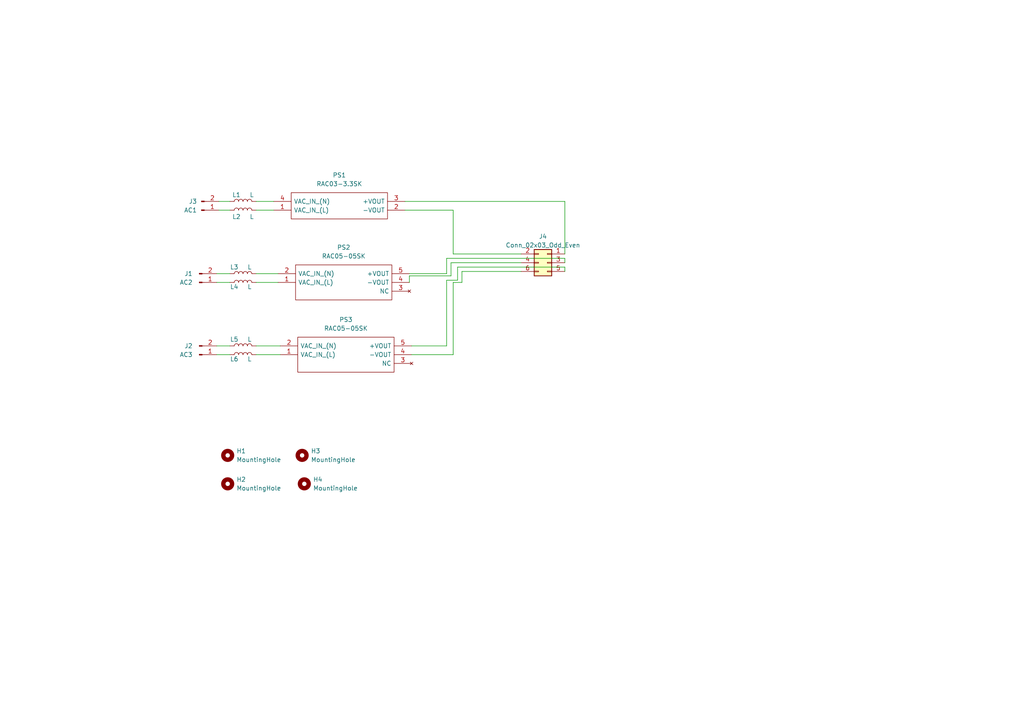
<source format=kicad_sch>
(kicad_sch (version 20230121) (generator eeschema)
  (paper "A4")
  (lib_symbols
    (symbol "Connector:Conn_01x02_Male" (pin_names (offset 1.016) hide)
      (property "Reference" "J" (at 0 2.54 0))
      (property "Value" "Conn_01x02_Male" (at 0 -5.08 0))
      (symbol "Conn_01x02_Male_1_1"
        (polyline (pts (xy 1.27 -2.54) (xy 0.8636 -2.54)) (stroke (width 0.1524)))
        (polyline (pts (xy 1.27 0) (xy 0.8636 0)) (stroke (width 0.1524)))
        (rectangle (start 0.8636 -2.413) (end 0 -2.667) (stroke (width 0.1524)) (fill (type outline)))
        (rectangle (start 0.8636 0.127) (end 0 -0.127) (stroke (width 0.1524)) (fill (type outline)))
        (pin passive line (at 5.08 0 180) (length 3.81) (name "Pin_1") (number "1"))
        (pin passive line (at 5.08 -2.54 180) (length 3.81) (name "Pin_2") (number "2"))
      )
    )
    (symbol "Connector_Generic:Conn_02x03_Odd_Even" (pin_names (offset 1.016) hide)
      (property "Reference" "J" (at 1.27 5.08 0))
      (property "Value" "Conn_02x03_Odd_Even" (at 1.27 -5.08 0))
      (symbol "Conn_02x03_Odd_Even_1_1"
        (rectangle (start -1.27 -2.413) (end 0 -2.667) (stroke (width 0.1524)))
        (rectangle (start -1.27 0.127) (end 0 -0.127) (stroke (width 0.1524)))
        (rectangle (start -1.27 2.667) (end 0 2.413) (stroke (width 0.1524)))
        (rectangle (start -1.27 3.81) (end 3.81 -3.81) (stroke (width 0.254)) (fill (type background)))
        (rectangle (start 3.81 -2.413) (end 2.54 -2.667) (stroke (width 0.1524)))
        (rectangle (start 3.81 0.127) (end 2.54 -0.127) (stroke (width 0.1524)))
        (rectangle (start 3.81 2.667) (end 2.54 2.413) (stroke (width 0.1524)))
        (pin passive line (at -5.08 2.54 0) (length 3.81) (name "Pin_1") (number "1"))
        (pin passive line (at 7.62 2.54 180) (length 3.81) (name "Pin_2") (number "2"))
        (pin passive line (at -5.08 0 0) (length 3.81) (name "Pin_3") (number "3"))
        (pin passive line (at 7.62 0 180) (length 3.81) (name "Pin_4") (number "4"))
        (pin passive line (at -5.08 -2.54 0) (length 3.81) (name "Pin_5") (number "5"))
        (pin passive line (at 7.62 -2.54 180) (length 3.81) (name "Pin_6") (number "6"))
      )
    )
    (symbol "Device:L" (pin_numbers hide) (pin_names (offset 1.016) hide)
      (property "Reference" "L" (at -1.27 0 90))
      (property "Value" "L" (at 1.905 0 90))
      (symbol "L_0_1"
        (arc (start 0 -2.54) (mid 0.6323 -1.905) (end 0 -1.27))
        (arc (start 0 -1.27) (mid 0.6323 -0.635) (end 0 0))
        (arc (start 0 0) (mid 0.6323 0.635) (end 0 1.27))
        (arc (start 0 1.27) (mid 0.6323 1.905) (end 0 2.54))
      )
      (symbol "L_1_1"
        (pin passive line (at 0 3.81 270) (length 1.27) (name "1") (number "1"))
        (pin passive line (at 0 -3.81 90) (length 1.27) (name "2") (number "2"))
      )
    )
    (symbol "Mechanical:MountingHole" (pin_names (offset 1.016))
      (property "Reference" "H" (at 0 5.08 0))
      (property "Value" "MountingHole" (at 0 3.175 0))
      (symbol "MountingHole_0_1"
        (circle (center 0 0) (radius 1.27) (stroke (width 1.27)))
      )
    )
    (symbol "RAC03-3.3SK:RAC03-3.3SK" (pin_names (offset 0.762))
      (property "Reference" "PS" (at 34.29 7.62 0))
      (property "Value" "RAC03-3.3SK" (at 34.29 5.08 0))
      (symbol "RAC03-3.3SK_0_0"
        (pin passive line (at 0 -2.54 0) (length 5.08) (name "VAC_IN_(L)") (number "1"))
        (pin passive line (at 38.1 -2.54 180) (length 5.08) (name "-VOUT") (number "2"))
        (pin passive line (at 38.1 0 180) (length 5.08) (name "+VOUT") (number "3"))
        (pin passive line (at 0 0 0) (length 5.08) (name "VAC_IN_(N)") (number "4"))
      )
      (symbol "RAC03-3.3SK_0_1"
        (polyline (pts (xy 5.08 2.54) (xy 33.02 2.54) (xy 33.02 -5.08) (xy 5.08 -5.08) (xy 5.08 2.54)) (stroke (width 0.1524)))
      )
    )
    (symbol "RAC05-05SK:RAC05-05SK" (pin_names (offset 0.762))
      (property "Reference" "PS" (at 34.29 7.62 0))
      (property "Value" "RAC05-05SK" (at 34.29 5.08 0))
      (symbol "RAC05-05SK_0_0"
        (pin passive line (at 0 -2.54 0) (length 5.08) (name "VAC_IN_(L)") (number "1"))
        (pin passive line (at 0 0 0) (length 5.08) (name "VAC_IN_(N)") (number "2"))
        (pin no_connect line (at 38.1 -5.08 180) (length 5.08) (name "NC") (number "3"))
        (pin passive line (at 38.1 -2.54 180) (length 5.08) (name "-VOUT") (number "4"))
        (pin passive line (at 38.1 0 180) (length 5.08) (name "+VOUT") (number "5"))
      )
      (symbol "RAC05-05SK_0_1"
        (polyline (pts (xy 5.08 2.54) (xy 33.02 2.54) (xy 33.02 -7.62) (xy 5.08 -7.62) (xy 5.08 2.54)) (stroke (width 0.1524)))
      )
    )
  )
  (wire (pts (xy 74.295 102.87) (xy 81.28 102.87)))
  (wire (pts (xy 118.745 80.01) (xy 130.81 80.01)))
  (wire (pts (xy 74.295 79.375) (xy 80.645 79.375)))
  (wire (pts (xy 63.5 60.96) (xy 66.675 60.96)))
  (wire (pts (xy 119.38 100.33) (xy 129.54 100.33)))
  (wire (pts (xy 163.83 58.42) (xy 163.83 73.66)))
  (wire (pts (xy 129.54 74.93) (xy 163.83 74.93)))
  (wire (pts (xy 117.475 60.96) (xy 131.445 60.96)))
  (wire (pts (xy 131.445 60.96) (xy 131.445 73.66)))
  (wire (pts (xy 74.295 60.96) (xy 79.375 60.96)))
  (wire (pts (xy 119.38 102.87) (xy 131.445 102.87)))
  (wire (pts (xy 133.985 78.74) (xy 151.13 78.74)))
  (wire (pts (xy 118.745 79.375) (xy 129.54 79.375)))
  (wire (pts (xy 62.865 102.87) (xy 66.675 102.87)))
  (wire (pts (xy 129.54 79.375) (xy 129.54 74.93)))
  (wire (pts (xy 130.81 76.2) (xy 151.13 76.2)))
  (wire (pts (xy 131.445 81.915) (xy 133.985 81.915)))
  (wire (pts (xy 62.865 100.33) (xy 66.675 100.33)))
  (wire (pts (xy 129.54 100.33) (xy 129.54 81.28)))
  (wire (pts (xy 130.81 76.2) (xy 130.81 80.01)))
  (wire (pts (xy 62.865 81.915) (xy 66.675 81.915)))
  (wire (pts (xy 131.445 73.66) (xy 151.13 73.66)))
  (wire (pts (xy 74.295 81.915) (xy 80.645 81.915)))
  (wire (pts (xy 74.295 58.42) (xy 79.375 58.42)))
  (wire (pts (xy 129.54 81.28) (xy 132.715 81.28)))
  (wire (pts (xy 163.83 77.47) (xy 163.83 78.74)))
  (wire (pts (xy 118.745 80.01) (xy 118.745 81.915)))
  (wire (pts (xy 131.445 81.915) (xy 131.445 102.87)))
  (wire (pts (xy 62.865 79.375) (xy 66.675 79.375)))
  (wire (pts (xy 63.5 58.42) (xy 66.675 58.42)))
  (wire (pts (xy 74.295 100.33) (xy 81.28 100.33)))
  (wire (pts (xy 132.715 81.28) (xy 132.715 77.47)))
  (wire (pts (xy 133.985 78.74) (xy 133.985 81.915)))
  (wire (pts (xy 132.715 77.47) (xy 163.83 77.47)))
  (wire (pts (xy 163.83 74.93) (xy 163.83 76.2)))
  (wire (pts (xy 117.475 58.42) (xy 163.83 58.42)))
  (symbol (lib_id "Connector:Conn_01x02_Male") (at 58.42 60.96 0) (mirror x) (unit 1)
    (property "Reference" "J3" (at 57.15 58.4199 0) (effects (justify right)))
    (property "Value" "AC1" (at 57.15 60.9599 0) (effects (justify right)))
    (property "Footprint" "Connector_Molex:Molex_KK-396_A-41791-0002_1x02_P3.96mm_Vertical" (effects hide))
  )
  (symbol (lib_id "Device:L") (at 70.485 100.33 90) (unit 1)
    (property "Reference" "L5" (at 67.945 98.425 90))
    (property "Value" "L" (at 72.39 98.425 90))
    (property "Footprint" "Capacitor_THT:C_Rect_L7.0mm_W3.5mm_P5.00mm" (effects hide))
  )
  (symbol (lib_id "RAC05-05SK:RAC05-05SK") (at 81.28 100.33 0) (unit 1)
    (property "Reference" "PS3" (at 100.33 92.71 0))
    (property "Value" "RAC05-05SK" (at 100.33 95.25 0))
    (property "Footprint" "RAC05-05SK:RAC0505SK" (effects hide))
    (property "Description" "Recom 5W Encapsulated Switch Mode Power Supply, 1A, 5V dc" (effects hide))
    (property "Height" "17.2" (effects hide))
    (property "Mouser Part Number" "919-RAC05-05SK" (effects hide))
    (property "Mouser Price/Stock" "https://www.mouser.co.uk/ProductDetail/RECOM-Power/RAC05-05SK?qs=BZBei1rCqCAuA5d34muF0w%3D%3D" (effects hide))
    (property "Manufacturer_Name" "RECOM Power" (effects hide))
    (property "Manufacturer_Part_Number" "RAC05-05SK" (effects hide))
  )
  (symbol (lib_id "Device:L") (at 70.485 79.375 90) (unit 1)
    (property "Reference" "L3" (at 67.945 77.47 90))
    (property "Value" "L" (at 72.39 77.47 90))
    (property "Footprint" "Capacitor_THT:C_Rect_L7.0mm_W3.5mm_P5.00mm" (effects hide))
  )
  (symbol (lib_id "Connector_Generic:Conn_02x03_Odd_Even") (at 158.75 76.2 0) (mirror y) (unit 1)
    (property "Reference" "J4" (at 157.48 68.58 0))
    (property "Value" "Conn_02x03_Odd_Even" (at 157.48 71.12 0))
    (property "Footprint" "Connector_PinHeader_2.54mm:PinHeader_2x03_P2.54mm_Horizontal" (effects hide))
  )
  (symbol (lib_id "Mechanical:MountingHole") (at 88.265 140.335 90) (unit 1)
    (property "Reference" "H4" (at 90.805 139.0649 90) (effects (justify right)))
    (property "Value" "MountingHole" (at 90.805 141.6049 90) (effects (justify right)))
    (property "Footprint" "MountingHole:MountingHole_3.2mm_M3" (effects hide))
  )
  (symbol (lib_id "Mechanical:MountingHole") (at 87.63 132.08 90) (unit 1)
    (property "Reference" "H3" (at 90.17 130.8099 90) (effects (justify right)))
    (property "Value" "MountingHole" (at 90.17 133.3499 90) (effects (justify right)))
    (property "Footprint" "MountingHole:MountingHole_3.2mm_M3" (effects hide))
  )
  (symbol (lib_id "Device:L") (at 70.485 60.96 90) (unit 1)
    (property "Reference" "L2" (at 68.58 62.865 90))
    (property "Value" "L" (at 73.025 62.865 90))
    (property "Footprint" "Capacitor_THT:C_Rect_L7.0mm_W3.5mm_P5.00mm" (effects hide))
  )
  (symbol (lib_id "Connector:Conn_01x02_Male") (at 57.785 102.87 0) (mirror x) (unit 1)
    (property "Reference" "J2" (at 55.88 100.3299 0) (effects (justify right)))
    (property "Value" "AC3" (at 55.88 102.8699 0) (effects (justify right)))
    (property "Footprint" "Connector_Molex:Molex_KK-396_A-41791-0002_1x02_P3.96mm_Vertical" (effects hide))
  )
  (symbol (lib_id "Connector:Conn_01x02_Male") (at 57.785 81.915 0) (mirror x) (unit 1)
    (property "Reference" "J1" (at 55.88 79.3749 0) (effects (justify right)))
    (property "Value" "AC2" (at 55.88 81.9149 0) (effects (justify right)))
    (property "Footprint" "Connector_Molex:Molex_KK-396_A-41791-0002_1x02_P3.96mm_Vertical" (effects hide))
  )
  (symbol (lib_id "Mechanical:MountingHole") (at 66.04 132.08 90) (unit 1)
    (property "Reference" "H1" (at 68.58 130.8099 90) (effects (justify right)))
    (property "Value" "MountingHole" (at 68.58 133.3499 90) (effects (justify right)))
    (property "Footprint" "MountingHole:MountingHole_3.2mm_M3" (effects hide))
  )
  (symbol (lib_id "Device:L") (at 70.485 102.87 90) (unit 1)
    (property "Reference" "L6" (at 67.945 104.14 90))
    (property "Value" "L" (at 72.39 104.14 90))
    (property "Footprint" "Capacitor_THT:C_Rect_L7.0mm_W3.5mm_P5.00mm" (effects hide))
  )
  (symbol (lib_id "RAC03-3.3SK:RAC03-3.3SK") (at 79.375 58.42 0) (unit 1)
    (property "Reference" "PS1" (at 98.425 50.8 0))
    (property "Value" "RAC03-3.3SK" (at 98.425 53.34 0))
    (property "Footprint" "RAC03-3.3SK:RAC0305SK" (effects hide))
    (property "Datasheet" "https://recom-power.com/pdf/Powerline_AC-DC/RAC03-K.pdf" (effects hide))
    (property "Description" "AC/DC Power Modules 3W 85-264Vin 3.3Vout 900mA" (effects hide))
    (property "Height" "18.4" (effects hide))
    (property "Mouser Part Number" "919-RAC03-3.3SK" (effects hide))
    (property "Mouser Price/Stock" "https://www.mouser.co.uk/ProductDetail/RECOM-Power/RAC03-3.3SK?qs=EBDBlbfErPyS11fagCV%252BCw%3D%3D" (effects hide))
    (property "Manufacturer_Name" "RECOM Power" (effects hide))
    (property "Manufacturer_Part_Number" "RAC03-3.3SK" (effects hide))
  )
  (symbol (lib_id "RAC05-05SK:RAC05-05SK") (at 80.645 79.375 0) (unit 1)
    (property "Reference" "PS2" (at 99.695 71.755 0))
    (property "Value" "RAC05-05SK" (at 99.695 74.295 0))
    (property "Footprint" "RAC05-05SK:RAC0505SK" (effects hide))
    (property "Description" "Recom 5W Encapsulated Switch Mode Power Supply, 1A, 5V dc" (effects hide))
    (property "Height" "17.2" (effects hide))
    (property "Mouser Part Number" "919-RAC05-05SK" (effects hide))
    (property "Mouser Price/Stock" "https://www.mouser.co.uk/ProductDetail/RECOM-Power/RAC05-05SK?qs=BZBei1rCqCAuA5d34muF0w%3D%3D" (effects hide))
    (property "Manufacturer_Name" "RECOM Power" (effects hide))
    (property "Manufacturer_Part_Number" "RAC05-05SK" (effects hide))
  )
  (symbol (lib_id "Device:L") (at 70.485 81.915 90) (unit 1)
    (property "Reference" "L4" (at 67.945 83.185 90))
    (property "Value" "L" (at 72.39 83.185 90))
    (property "Footprint" "Capacitor_THT:C_Rect_L7.0mm_W3.5mm_P5.00mm" (effects hide))
  )
  (symbol (lib_id "Device:L") (at 70.485 58.42 90) (unit 1)
    (property "Reference" "L1" (at 68.58 56.515 90))
    (property "Value" "L" (at 73.025 56.515 90))
    (property "Footprint" "Capacitor_THT:C_Rect_L7.0mm_W3.5mm_P5.00mm" (effects hide))
  )
  (symbol (lib_id "Mechanical:MountingHole") (at 66.04 140.335 90) (unit 1)
    (property "Reference" "H2" (at 68.58 139.0649 90) (effects (justify right)))
    (property "Value" "MountingHole" (at 68.58 141.6049 90) (effects (justify right)))
    (property "Footprint" "MountingHole:MountingHole_3.2mm_M3" (effects hide))
  )
)
</source>
